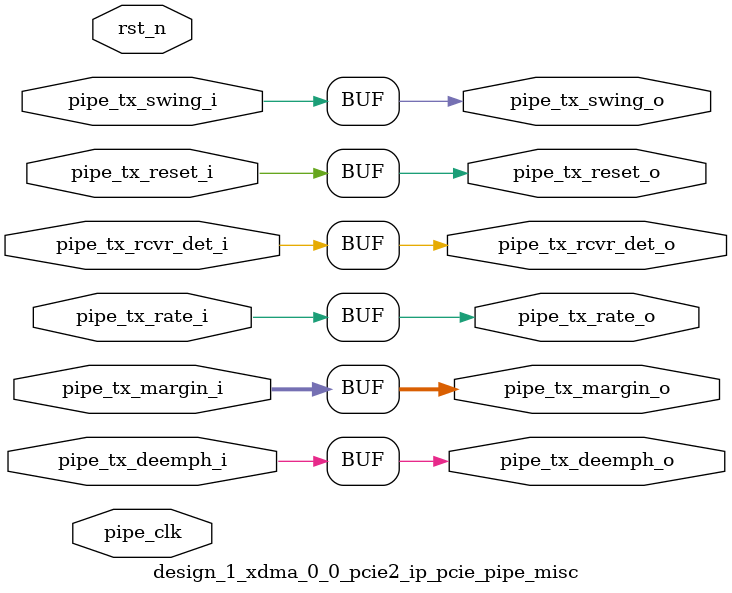
<source format=v>

`timescale 1ps/1ps

(* DowngradeIPIdentifiedWarnings = "yes" *)
module design_1_xdma_0_0_pcie2_ip_pcie_pipe_misc #
(
    parameter        PIPE_PIPELINE_STAGES = 0,    // 0 - 0 stages, 1 - 1 stage, 2 - 2 stages
    parameter TCQ  = 1 // synthesis warning solved: parameter declaration becomes local
)
(

    input   wire        pipe_tx_rcvr_det_i       ,     // PIPE Tx Receiver Detect
    input   wire        pipe_tx_reset_i          ,     // PIPE Tx Reset
    input   wire        pipe_tx_rate_i           ,     // PIPE Tx Rate
    input   wire        pipe_tx_deemph_i         ,     // PIPE Tx Deemphasis
    input   wire [2:0]  pipe_tx_margin_i         ,     // PIPE Tx Margin
    input   wire        pipe_tx_swing_i          ,     // PIPE Tx Swing

    output  wire        pipe_tx_rcvr_det_o       ,     // Pipelined PIPE Tx Receiver Detect
    output  wire        pipe_tx_reset_o          ,     // Pipelined PIPE Tx Reset
    output  wire        pipe_tx_rate_o           ,     // Pipelined PIPE Tx Rate
    output  wire        pipe_tx_deemph_o         ,     // Pipelined PIPE Tx Deemphasis
    output  wire [2:0]  pipe_tx_margin_o         ,     // Pipelined PIPE Tx Margin
    output  wire        pipe_tx_swing_o          ,     // Pipelined PIPE Tx Swing

    input   wire        pipe_clk                ,      // PIPE Clock
    input   wire        rst_n                          // Reset
);

//******************************************************************//
// Reality check.                                                   //
//******************************************************************//

//    parameter TCQ  = 1;      // clock to out delay model

    generate

    if (PIPE_PIPELINE_STAGES == 0) begin : pipe_stages_0

        assign pipe_tx_rcvr_det_o = pipe_tx_rcvr_det_i;
        assign pipe_tx_reset_o  = pipe_tx_reset_i;
        assign pipe_tx_rate_o = pipe_tx_rate_i;
        assign pipe_tx_deemph_o = pipe_tx_deemph_i;
        assign pipe_tx_margin_o = pipe_tx_margin_i;
        assign pipe_tx_swing_o = pipe_tx_swing_i;

    end // if (PIPE_PIPELINE_STAGES == 0)
    else if (PIPE_PIPELINE_STAGES == 1) begin : pipe_stages_1

    reg                pipe_tx_rcvr_det_q       ;
    reg                pipe_tx_reset_q          ;
    reg                pipe_tx_rate_q           ;
    reg                pipe_tx_deemph_q         ;
    reg [2:0]          pipe_tx_margin_q         ;
    reg                pipe_tx_swing_q          ;

        always @(posedge pipe_clk) begin

        if (rst_n)
        begin

            pipe_tx_rcvr_det_q <= #TCQ 0;
            pipe_tx_reset_q  <= #TCQ 1'b1;
            pipe_tx_rate_q <= #TCQ 0;
            pipe_tx_deemph_q <= #TCQ 1'b1;
            pipe_tx_margin_q <= #TCQ 0;
            pipe_tx_swing_q <= #TCQ 0;

        end
        else
        begin

            pipe_tx_rcvr_det_q <= #TCQ pipe_tx_rcvr_det_i;
            pipe_tx_reset_q  <= #TCQ pipe_tx_reset_i;
            pipe_tx_rate_q <= #TCQ pipe_tx_rate_i;
            pipe_tx_deemph_q <= #TCQ pipe_tx_deemph_i;
            pipe_tx_margin_q <= #TCQ pipe_tx_margin_i;
            pipe_tx_swing_q <= #TCQ pipe_tx_swing_i;

          end

        end

        assign pipe_tx_rcvr_det_o = pipe_tx_rcvr_det_q;
        assign pipe_tx_reset_o  = pipe_tx_reset_q;
        assign pipe_tx_rate_o = pipe_tx_rate_q;
        assign pipe_tx_deemph_o = pipe_tx_deemph_q;
        assign pipe_tx_margin_o = pipe_tx_margin_q;
        assign pipe_tx_swing_o = pipe_tx_swing_q;

    end // if (PIPE_PIPELINE_STAGES == 1)
    else if (PIPE_PIPELINE_STAGES == 2) begin : pipe_stages_2

    reg                pipe_tx_rcvr_det_q       ;
    reg                pipe_tx_reset_q          ;
    reg                pipe_tx_rate_q           ;
    reg                pipe_tx_deemph_q         ;
    reg [2:0]          pipe_tx_margin_q         ;
    reg                pipe_tx_swing_q          ;

    reg                pipe_tx_rcvr_det_qq      ;
    reg                pipe_tx_reset_qq         ;
    reg                pipe_tx_rate_qq          ;
    reg                pipe_tx_deemph_qq        ;
    reg [2:0]          pipe_tx_margin_qq        ;
    reg                pipe_tx_swing_qq         ;

        always @(posedge pipe_clk) begin

        if (rst_n)
        begin

            pipe_tx_rcvr_det_q <= #TCQ 0;
            pipe_tx_reset_q  <= #TCQ 1'b1;
            pipe_tx_rate_q <= #TCQ 0;
            pipe_tx_deemph_q <= #TCQ 1'b1;
            pipe_tx_margin_q <= #TCQ 0;
            pipe_tx_swing_q <= #TCQ 0;

            pipe_tx_rcvr_det_qq <= #TCQ 0;
            pipe_tx_reset_qq  <= #TCQ 1'b1;
            pipe_tx_rate_qq <= #TCQ 0;
            pipe_tx_deemph_qq <= #TCQ 1'b1;
            pipe_tx_margin_qq <= #TCQ 0;
            pipe_tx_swing_qq <= #TCQ 0;

        end
        else
        begin

            pipe_tx_rcvr_det_q <= #TCQ pipe_tx_rcvr_det_i;
            pipe_tx_reset_q  <= #TCQ pipe_tx_reset_i;
            pipe_tx_rate_q <= #TCQ pipe_tx_rate_i;
            pipe_tx_deemph_q <= #TCQ pipe_tx_deemph_i;
            pipe_tx_margin_q <= #TCQ pipe_tx_margin_i;
            pipe_tx_swing_q <= #TCQ pipe_tx_swing_i;

            pipe_tx_rcvr_det_qq <= #TCQ pipe_tx_rcvr_det_q;
            pipe_tx_reset_qq  <= #TCQ pipe_tx_reset_q;
            pipe_tx_rate_qq <= #TCQ pipe_tx_rate_q;
            pipe_tx_deemph_qq <= #TCQ pipe_tx_deemph_q;
            pipe_tx_margin_qq <= #TCQ pipe_tx_margin_q;
            pipe_tx_swing_qq <= #TCQ pipe_tx_swing_q;

          end

        end

        assign pipe_tx_rcvr_det_o = pipe_tx_rcvr_det_qq;
        assign pipe_tx_reset_o  = pipe_tx_reset_qq;
        assign pipe_tx_rate_o = pipe_tx_rate_qq;
        assign pipe_tx_deemph_o = pipe_tx_deemph_qq;
        assign pipe_tx_margin_o = pipe_tx_margin_qq;
        assign pipe_tx_swing_o = pipe_tx_swing_qq;

    end // if (PIPE_PIPELINE_STAGES == 2)

    endgenerate

endmodule


</source>
